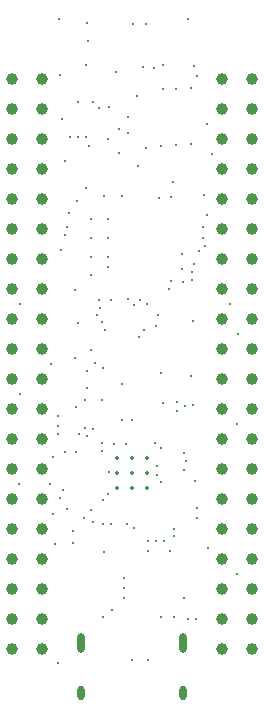
<source format=gbr>
%TF.GenerationSoftware,KiCad,Pcbnew,(6.0.5)*%
%TF.CreationDate,2022-12-13T18:03:39-08:00*%
%TF.ProjectId,pico-ice,7069636f-2d69-4636-952e-6b696361645f,REV1*%
%TF.SameCoordinates,Original*%
%TF.FileFunction,Plated,1,4,PTH,Mixed*%
%TF.FilePolarity,Positive*%
%FSLAX46Y46*%
G04 Gerber Fmt 4.6, Leading zero omitted, Abs format (unit mm)*
G04 Created by KiCad (PCBNEW (6.0.5)) date 2022-12-13 18:03:39*
%MOMM*%
%LPD*%
G01*
G04 APERTURE LIST*
%TA.AperFunction,ViaDrill*%
%ADD10C,0.254000*%
%TD*%
%TA.AperFunction,ComponentDrill*%
%ADD11C,0.350000*%
%TD*%
G04 aperture for slot hole*
%TA.AperFunction,ComponentDrill*%
%ADD12O,0.600000X1.700000*%
%TD*%
G04 aperture for slot hole*
%TA.AperFunction,ComponentDrill*%
%ADD13O,0.600000X1.200000*%
%TD*%
%TA.AperFunction,ComponentDrill*%
%ADD14C,1.000000*%
%TD*%
G04 APERTURE END LIST*
D10*
X62835287Y-114318840D03*
X62847987Y-99066141D03*
X62849918Y-106688071D03*
X65440718Y-114308071D03*
X65491518Y-104148071D03*
X65669318Y-116848071D03*
X65695218Y-111996671D03*
X65821718Y-119362671D03*
X66065400Y-129463800D03*
X66101618Y-109355071D03*
X66101618Y-110040871D03*
X66116200Y-108534200D03*
X66177318Y-74938071D03*
X66304318Y-79662471D03*
X66304318Y-115501871D03*
X66329718Y-94470671D03*
X66405918Y-83421671D03*
X66504835Y-114838788D03*
X66675000Y-111607600D03*
X66685318Y-93251471D03*
X66710718Y-86952271D03*
X66863118Y-92514871D03*
X66863118Y-116390871D03*
X67020954Y-91377307D03*
X67081400Y-84963000D03*
X67335400Y-118313200D03*
X67335400Y-119278400D03*
X67548912Y-103640077D03*
X67574318Y-97899671D03*
X67624618Y-107754871D03*
X67640200Y-111582200D03*
X67741800Y-90322400D03*
X67767200Y-84963000D03*
X67802918Y-100642871D03*
X67828318Y-81948471D03*
X67903058Y-110102527D03*
X68300600Y-117144800D03*
X68387118Y-107196071D03*
X68395079Y-109568193D03*
X68453000Y-84963000D03*
X68453000Y-89204800D03*
X68463318Y-78849671D03*
X68564918Y-75268271D03*
X68564918Y-104732271D03*
X68564918Y-110244071D03*
X68580000Y-106146600D03*
X68666518Y-76766871D03*
X68717318Y-85700100D03*
X68920518Y-91879871D03*
X68920518Y-93463137D03*
X68920518Y-95046403D03*
X68920518Y-96629671D03*
X68920518Y-102928871D03*
X68935600Y-116484400D03*
X69072918Y-109659871D03*
X69087500Y-117551200D03*
X69098318Y-81948471D03*
X69199918Y-104071871D03*
X69367400Y-100025200D03*
X69570600Y-98704400D03*
X69580918Y-82481871D03*
X69646800Y-99390200D03*
X69850500Y-110797362D03*
X69860318Y-100566671D03*
X69864720Y-107213400D03*
X69872691Y-111535443D03*
X69875400Y-115646200D03*
X69875400Y-117703600D03*
X69885718Y-104478271D03*
X69951600Y-125603000D03*
X69961918Y-89949471D03*
X69977000Y-120065800D03*
X70114318Y-101227071D03*
X70358000Y-85115400D03*
X70358000Y-115163600D03*
X70368318Y-91879871D03*
X70368318Y-93463137D03*
X70368318Y-95046403D03*
X70368318Y-95918471D03*
X70383400Y-113258600D03*
X70393718Y-82405671D03*
X70561200Y-117678200D03*
X70586600Y-98755200D03*
X70637400Y-124942600D03*
X70820636Y-110927236D03*
X71054118Y-79459271D03*
X71257318Y-84259871D03*
X71282718Y-86317271D03*
X71501000Y-108864400D03*
X71536718Y-89924071D03*
X71551800Y-105841800D03*
X71704200Y-122301000D03*
X71704200Y-123126500D03*
X71704200Y-123952000D03*
X71886882Y-110949835D03*
X71917928Y-117712403D03*
X72019318Y-83218471D03*
X72019318Y-84564671D03*
X72073200Y-98661671D03*
X72364600Y-108864400D03*
X72390000Y-129235200D03*
X72476518Y-75369871D03*
X72529900Y-99169671D03*
X72567800Y-118059200D03*
X72755918Y-81440471D03*
X72852500Y-87384071D03*
X72953682Y-101831235D03*
X73029900Y-98687071D03*
X73289318Y-79002071D03*
X73365518Y-101303271D03*
X73517918Y-75344471D03*
X73517918Y-85860071D03*
X73634696Y-99044617D03*
X73685400Y-129235200D03*
X73736200Y-119151400D03*
X73736200Y-120015000D03*
X74203718Y-79052871D03*
X74330718Y-110802871D03*
X74422000Y-119126000D03*
X74432318Y-100922271D03*
X74483118Y-113520671D03*
X74508518Y-112758671D03*
X74610118Y-99982471D03*
X74686318Y-90076471D03*
X74787918Y-114155671D03*
X74803000Y-85699600D03*
X74828400Y-104927400D03*
X74828400Y-125603000D03*
X74838718Y-111285471D03*
X74965718Y-78824271D03*
X74965718Y-80830871D03*
X75004363Y-107424171D03*
X75082400Y-119100600D03*
X75499118Y-97772671D03*
X75565000Y-120015000D03*
X75651518Y-90025671D03*
X75651518Y-97086871D03*
X75829318Y-88755671D03*
X75920600Y-125603000D03*
X75946000Y-118110000D03*
X75946000Y-118745000D03*
X76057918Y-80830871D03*
X76073000Y-85616389D03*
X76167671Y-108110971D03*
X76210318Y-107399271D03*
X76616218Y-94827623D03*
X76642118Y-96070871D03*
X76728469Y-97213871D03*
X76769118Y-113139671D03*
X76784200Y-123926600D03*
X76794518Y-111717271D03*
X76819918Y-107678671D03*
X76962000Y-112395000D03*
X77073918Y-74912671D03*
X77114400Y-125704600D03*
X77343000Y-105156000D03*
X77347882Y-85560707D03*
X77378718Y-80780071D03*
X77480318Y-96375671D03*
X77480318Y-97061471D03*
X77497340Y-100490471D03*
X77497340Y-107653271D03*
X77607318Y-78900471D03*
X77632718Y-95664471D03*
X77673200Y-114071400D03*
X77825600Y-125704600D03*
X77851000Y-116332000D03*
X77851000Y-117221000D03*
X77912118Y-79764071D03*
X78013718Y-94572271D03*
X78394718Y-92542871D03*
X78394718Y-93508071D03*
X78445998Y-89822471D03*
X78590616Y-94154032D03*
X78699518Y-83828071D03*
X78724918Y-91491300D03*
X78838589Y-119731600D03*
X79182118Y-86342671D03*
X80655318Y-99068071D03*
X81264918Y-109228071D03*
X81264918Y-121928071D03*
X81315718Y-101633471D03*
D11*
%TO.C,U3*%
X71089600Y-112110600D03*
X71089600Y-113385600D03*
X71089600Y-114660600D03*
X72364600Y-112110600D03*
X72364600Y-113385600D03*
X72364600Y-114660600D03*
X73639600Y-112110600D03*
X73639600Y-113385600D03*
X73639600Y-114660600D03*
D12*
%TO.C,J1*%
X68070000Y-127807000D03*
D13*
X68070000Y-131987000D03*
D12*
X76710000Y-127807000D03*
D13*
X76710000Y-131987000D03*
D14*
%TO.C,J2*%
X62230000Y-80010000D03*
X62230000Y-82550000D03*
X62230000Y-85090000D03*
X62230000Y-87630000D03*
X62230000Y-90170000D03*
X62230000Y-92710000D03*
X62230000Y-95250000D03*
X62230000Y-97790000D03*
X62230000Y-100330000D03*
X62230000Y-102870000D03*
X62230000Y-105410000D03*
X62230000Y-107950000D03*
X62230000Y-110490000D03*
X62230000Y-113030000D03*
X62230000Y-115570000D03*
X62230000Y-118110000D03*
X62230000Y-120650000D03*
X62230000Y-123190000D03*
X62230000Y-125730000D03*
X62230000Y-128270000D03*
X64770000Y-80010000D03*
X64770000Y-82550000D03*
X64770000Y-85090000D03*
X64770000Y-87630000D03*
X64770000Y-90170000D03*
X64770000Y-92710000D03*
X64770000Y-95250000D03*
X64770000Y-97790000D03*
X64770000Y-100330000D03*
X64770000Y-102870000D03*
X64770000Y-105410000D03*
X64770000Y-107950000D03*
X64770000Y-110490000D03*
X64770000Y-113030000D03*
X64770000Y-115570000D03*
X64770000Y-118110000D03*
X64770000Y-120650000D03*
X64770000Y-123190000D03*
X64770000Y-125730000D03*
X64770000Y-128270000D03*
%TO.C,J3*%
X80010000Y-80010000D03*
X80010000Y-82550000D03*
X80010000Y-85090000D03*
X80010000Y-87630000D03*
X80010000Y-90170000D03*
X80010000Y-92710000D03*
X80010000Y-95250000D03*
X80010000Y-97790000D03*
X80010000Y-100330000D03*
X80010000Y-102870000D03*
X80010000Y-105410000D03*
X80010000Y-107950000D03*
X80010000Y-110490000D03*
X80010000Y-113030000D03*
X80010000Y-115570000D03*
X80010000Y-118110000D03*
X80010000Y-120650000D03*
X80010000Y-123190000D03*
X80010000Y-125730000D03*
X80010000Y-128270000D03*
X82550000Y-80010000D03*
X82550000Y-82550000D03*
X82550000Y-85090000D03*
X82550000Y-87630000D03*
X82550000Y-90170000D03*
X82550000Y-92710000D03*
X82550000Y-95250000D03*
X82550000Y-97790000D03*
X82550000Y-100330000D03*
X82550000Y-102870000D03*
X82550000Y-105410000D03*
X82550000Y-107950000D03*
X82550000Y-110490000D03*
X82550000Y-113030000D03*
X82550000Y-115570000D03*
X82550000Y-118110000D03*
X82550000Y-120650000D03*
X82550000Y-123190000D03*
X82550000Y-125730000D03*
X82550000Y-128270000D03*
M02*

</source>
